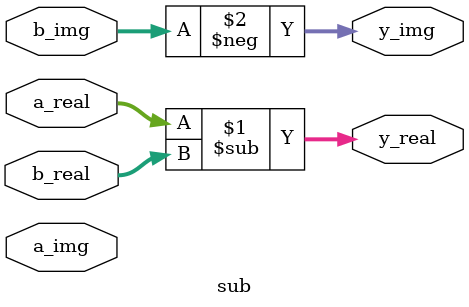
<source format=v>
module sub(
    input wire [8:0] a_real,
    input wire [8:0] a_img,
    input wire [8:0] b_real,
    input wire [8:0] b_img,
    output wire [8:0] y_real,
    output wire [8:0] y_img
);

    assign y_real = a_real - b_real;
    assign y_img = - b_img;  //assign y_img = a_img - b_img;

endmodule

</source>
